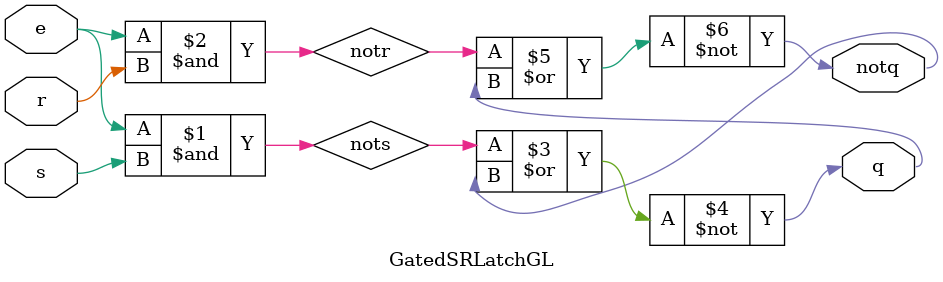
<source format=v>
module GatedSRLatchGL(s, r, e, q, notq);

input s, r, e;      // Set, Reset and Enable inputs
output q, notq;       // Q and  not Q outputs
wire nots;
wire notr;

// Logic for Gated SR Latch
and(nots, e, s);   // And gate for enable and Set input
and(notr, e, r);   // And gate for enable and ReSet input
// RS Latch part of Gated SR Latch
nor(q, nots, notq);  // nor gate for Q output
nor(notq, notr, q);  // nor gate for notQ output

endmodule
</source>
